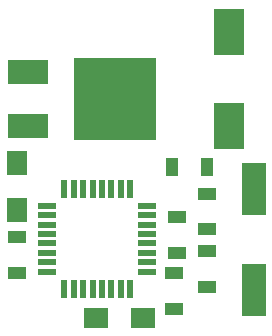
<source format=gbr>
G04 #@! TF.FileFunction,Paste,Top*
%FSLAX46Y46*%
G04 Gerber Fmt 4.6, Leading zero omitted, Abs format (unit mm)*
G04 Created by KiCad (PCBNEW 4.0.2-stable) date 2018-11-15 20:30:23*
%MOMM*%
G01*
G04 APERTURE LIST*
%ADD10C,0.100000*%
%ADD11R,3.500000X2.000000*%
%ADD12R,7.000000X7.000000*%
%ADD13R,2.500000X4.000000*%
%ADD14R,1.600000X1.000000*%
%ADD15R,1.000000X1.600000*%
%ADD16R,2.000000X1.700000*%
%ADD17R,1.700000X2.000000*%
%ADD18R,1.600000X0.550000*%
%ADD19R,0.550000X1.600000*%
%ADD20R,2.000000X4.500000*%
G04 APERTURE END LIST*
D10*
D11*
X105038700Y-55129400D03*
X105038700Y-59709400D03*
D12*
X112438700Y-57429400D03*
D13*
X122059700Y-59740300D03*
X122059700Y-51740300D03*
D14*
X117703600Y-70462400D03*
X117703600Y-67462400D03*
D15*
X120257700Y-63169800D03*
X117257700Y-63169800D03*
D14*
X104101900Y-72124700D03*
X104101900Y-69124700D03*
X117436900Y-75172700D03*
X117436900Y-72172700D03*
X120192800Y-70331200D03*
X120192800Y-73331200D03*
X120192800Y-68454400D03*
X120192800Y-65454400D03*
D16*
X110776000Y-75971400D03*
X114776000Y-75971400D03*
D17*
X104089200Y-62846200D03*
X104089200Y-66846200D03*
D18*
X115171800Y-72065800D03*
X115171800Y-71265800D03*
X115171800Y-70465800D03*
X115171800Y-69665800D03*
X115171800Y-68865800D03*
X115171800Y-68065800D03*
X115171800Y-67265800D03*
X115171800Y-66465800D03*
D19*
X113721800Y-65015800D03*
X112921800Y-65015800D03*
X112121800Y-65015800D03*
X111321800Y-65015800D03*
X110521800Y-65015800D03*
X109721800Y-65015800D03*
X108921800Y-65015800D03*
X108121800Y-65015800D03*
D18*
X106671800Y-66465800D03*
X106671800Y-67265800D03*
X106671800Y-68065800D03*
X106671800Y-68865800D03*
X106671800Y-69665800D03*
X106671800Y-70465800D03*
X106671800Y-71265800D03*
X106671800Y-72065800D03*
D19*
X108121800Y-73515800D03*
X108921800Y-73515800D03*
X109721800Y-73515800D03*
X110521800Y-73515800D03*
X111321800Y-73515800D03*
X112121800Y-73515800D03*
X112921800Y-73515800D03*
X113721800Y-73515800D03*
D20*
X124193300Y-73592000D03*
X124193300Y-65092000D03*
M02*

</source>
